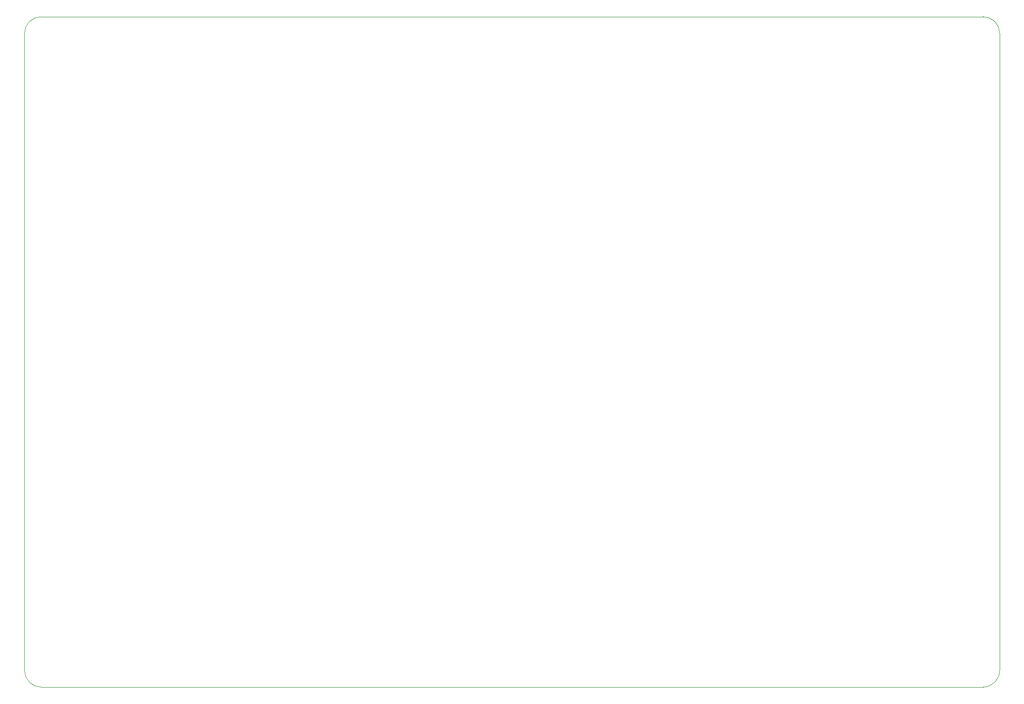
<source format=gbr>
G04 #@! TF.GenerationSoftware,KiCad,Pcbnew,(5.1.5)-3*
G04 #@! TF.CreationDate,2021-01-10T17:21:26-06:00*
G04 #@! TF.ProjectId,Dashboard,44617368-626f-4617-9264-2e6b69636164,rev?*
G04 #@! TF.SameCoordinates,Original*
G04 #@! TF.FileFunction,Profile,NP*
%FSLAX46Y46*%
G04 Gerber Fmt 4.6, Leading zero omitted, Abs format (unit mm)*
G04 Created by KiCad (PCBNEW (5.1.5)-3) date 2021-01-10 17:21:26*
%MOMM*%
%LPD*%
G04 APERTURE LIST*
%ADD10C,0.050000*%
G04 APERTURE END LIST*
D10*
X34000000Y-175000000D02*
G75*
G02X31000000Y-172000000I0J3000000D01*
G01*
X207498335Y-171900056D02*
G75*
G02X204500000Y-175000000I-2998335J-99944D01*
G01*
X204500000Y-53500000D02*
G75*
G02X207500000Y-56500000I0J-3000000D01*
G01*
X31000000Y-56500000D02*
G75*
G02X34000000Y-53500000I3000000J0D01*
G01*
X31000000Y-172000000D02*
X31000000Y-56500000D01*
X204500000Y-175000000D02*
X34000000Y-175000000D01*
X207500000Y-56500000D02*
X207500000Y-171900000D01*
X34000000Y-53500000D02*
X204500000Y-53500000D01*
M02*

</source>
